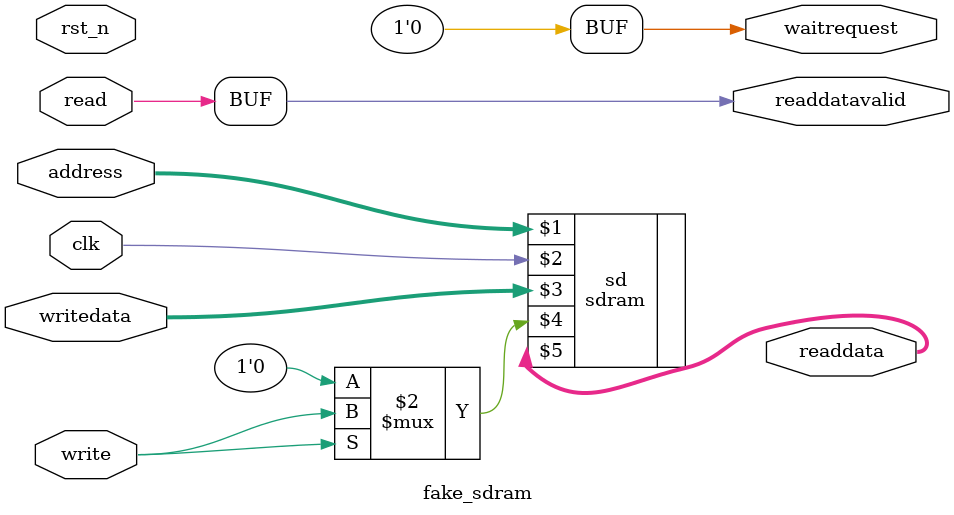
<source format=sv>
module fake_sdram(input logic clk, input logic rst_n,
                output logic waitrequest,
                input logic [31:0] address,
                input logic read, output logic [31:0] readdata, output logic readdatavalid,
                input logic write, input logic [31:0] writedata);

        sdram sd(address, clk, writedata, write ? write : (read) ? 1'b0 : 1'b0, readdata);

        assign readdatavalid = read;
        assign waitrequest = 1'b0;

endmodule: fake_sdram

</source>
